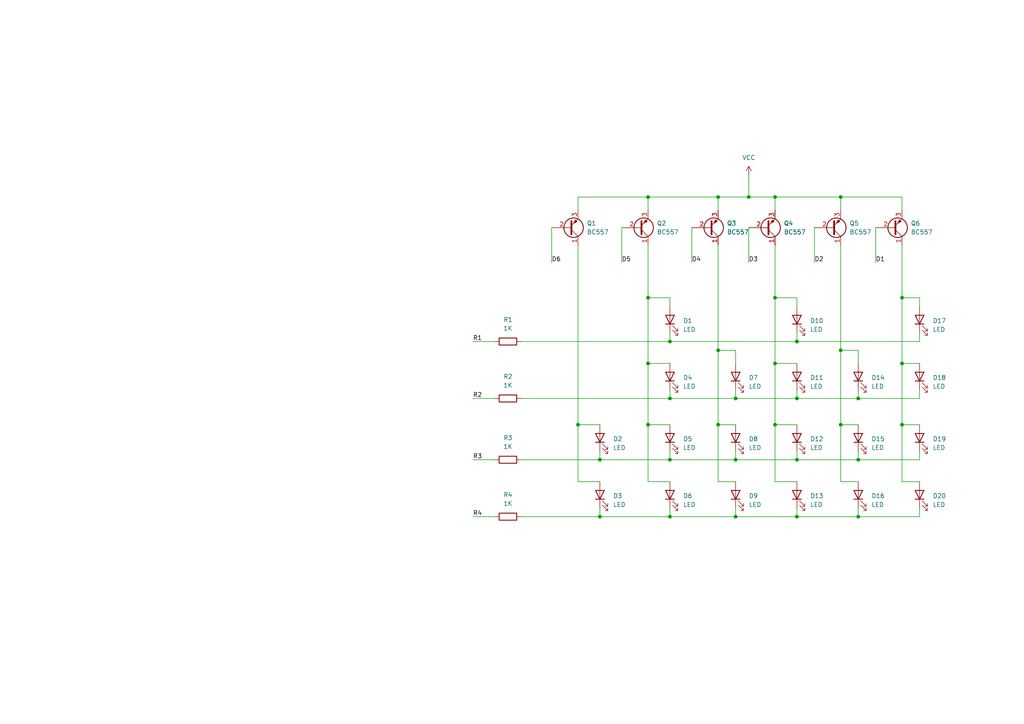
<source format=kicad_sch>
(kicad_sch (version 20211123) (generator eeschema)
  (paper "A4")
  (lib_symbols
    (symbol "Device:LED" (pin_numbers hide) (pin_names (offset 1.016) hide)
      (property "Reference" "D" (at 0 2.54 0))
      (property "Value" "LED" (at 0 -2.54 0))
      (symbol "LED_0_1"
        (polyline (pts (xy -1.27 -1.27) (xy -1.27 1.27)) (stroke (width 0.254)))
        (polyline (pts (xy -1.27 0) (xy 1.27 0)))
        (polyline (pts (xy 1.27 -1.27) (xy 1.27 1.27) (xy -1.27 0) (xy 1.27 -1.27)) (stroke (width 0.254)))
        (polyline (pts (xy -3.048 -0.762) (xy -4.572 -2.286) (xy -3.81 -2.286) (xy -4.572 -2.286) (xy -4.572 -1.524)))
        (polyline (pts (xy -1.778 -0.762) (xy -3.302 -2.286) (xy -2.54 -2.286) (xy -3.302 -2.286) (xy -3.302 -1.524)))
      )
      (symbol "LED_1_1"
        (pin passive line (at -3.81 0 0) (length 2.54) (name "K") (number "1"))
        (pin passive line (at 3.81 0 180) (length 2.54) (name "A") (number "2"))
      )
    )
    (symbol "Device:R" (pin_numbers hide) (pin_names (offset 0))
      (property "Reference" "R" (at 2.032 0 90))
      (property "Value" "R" (at 0 0 90))
      (symbol "R_0_1"
        (rectangle (start -1.016 -2.54) (end 1.016 2.54) (stroke (width 0.254)))
      )
      (symbol "R_1_1"
        (pin passive line (at 0 3.81 270) (length 1.27) (name "~") (number "1"))
        (pin passive line (at 0 -3.81 90) (length 1.27) (name "~") (number "2"))
      )
    )
    (symbol "Transistor_BJT:BC557" (pin_names (offset 0) hide)
      (property "Reference" "Q" (at 5.08 1.905 0))
      (property "Value" "BC557" (at 5.08 0 0))
      (symbol "BC557_0_1"
        (polyline (pts (xy 0.635 0.635) (xy 2.54 2.54)))
        (polyline (pts (xy 0.635 -0.635) (xy 2.54 -2.54) (xy 2.54 -2.54)))
        (polyline (pts (xy 0.635 1.905) (xy 0.635 -1.905) (xy 0.635 -1.905)) (stroke (width 0.508)))
        (polyline (pts (xy 2.286 -1.778) (xy 1.778 -2.286) (xy 1.27 -1.27) (xy 2.286 -1.778) (xy 2.286 -1.778)) (fill (type outline)))
        (circle (center 1.27 0) (radius 2.8194) (stroke (width 0.254)))
      )
      (symbol "BC557_1_1"
        (pin passive line (at 2.54 5.08 270) (length 2.54) (name "C") (number "1"))
        (pin input line (at -5.08 0 0) (length 5.715) (name "B") (number "2"))
        (pin passive line (at 2.54 -5.08 90) (length 2.54) (name "E") (number "3"))
      )
    )
    (symbol "power:VCC" (power) (pin_names (offset 0))
      (property "Value" "VCC" (at 0 3.81 0))
      (symbol "VCC_0_1"
        (polyline (pts (xy -0.762 1.27) (xy 0 2.54)))
        (polyline (pts (xy 0 0) (xy 0 2.54)))
        (polyline (pts (xy 0 2.54) (xy 0.762 1.27)))
      )
      (symbol "VCC_1_1"
        (pin power_in line (at 0 0 90) (length 0) hide (name "VCC") (number "1"))
      )
    )
  )
  (junction (at 231.14 133.35))
  (junction (at 248.92 149.86))
  (junction (at 194.31 133.35))
  (junction (at 208.28 57.15))
  (junction (at 231.14 149.86))
  (junction (at 261.62 105.41))
  (junction (at 187.96 57.15))
  (junction (at 261.62 123.19))
  (junction (at 167.64 123.19))
  (junction (at 243.84 57.15))
  (junction (at 213.36 115.57))
  (junction (at 224.79 105.41))
  (junction (at 261.62 86.36))
  (junction (at 208.28 101.6))
  (junction (at 194.31 115.57))
  (junction (at 224.79 123.19))
  (junction (at 187.96 105.41))
  (junction (at 187.96 86.36))
  (junction (at 217.17 57.15))
  (junction (at 243.84 101.6))
  (junction (at 243.84 123.19))
  (junction (at 213.36 149.86))
  (junction (at 224.79 57.15))
  (junction (at 194.31 99.06))
  (junction (at 187.96 123.19))
  (junction (at 224.79 86.36))
  (junction (at 173.99 149.86))
  (junction (at 194.31 149.86))
  (junction (at 248.92 115.57))
  (junction (at 213.36 133.35))
  (junction (at 231.14 99.06))
  (junction (at 231.14 115.57))
  (junction (at 173.99 133.35))
  (junction (at 208.28 123.19))
  (junction (at 248.92 133.35))
  (wire (pts (xy 173.99 139.7) (xy 167.64 139.7)))
  (wire (pts (xy 187.96 105.41) (xy 187.96 86.36)))
  (wire (pts (xy 224.79 105.41) (xy 224.79 86.36)))
  (wire (pts (xy 261.62 71.12) (xy 261.62 86.36)))
  (wire (pts (xy 213.36 149.86) (xy 231.14 149.86)))
  (wire (pts (xy 187.96 123.19) (xy 194.31 123.19)))
  (wire (pts (xy 151.13 133.35) (xy 173.99 133.35)))
  (wire (pts (xy 194.31 86.36) (xy 194.31 88.9)))
  (wire (pts (xy 231.14 99.06) (xy 231.14 96.52)))
  (wire (pts (xy 243.84 123.19) (xy 248.92 123.19)))
  (wire (pts (xy 167.64 71.12) (xy 167.64 123.19)))
  (wire (pts (xy 167.64 123.19) (xy 173.99 123.19)))
  (wire (pts (xy 224.79 139.7) (xy 224.79 123.19)))
  (wire (pts (xy 213.36 113.03) (xy 213.36 115.57)))
  (wire (pts (xy 194.31 99.06) (xy 194.31 96.52)))
  (wire (pts (xy 194.31 133.35) (xy 213.36 133.35)))
  (wire (pts (xy 208.28 123.19) (xy 208.28 101.6)))
  (wire (pts (xy 231.14 139.7) (xy 224.79 139.7)))
  (wire (pts (xy 208.28 139.7) (xy 208.28 123.19)))
  (wire (pts (xy 231.14 86.36) (xy 231.14 88.9)))
  (wire (pts (xy 248.92 105.41) (xy 248.92 101.6)))
  (wire (pts (xy 194.31 113.03) (xy 194.31 115.57)))
  (wire (pts (xy 151.13 115.57) (xy 194.31 115.57)))
  (wire (pts (xy 137.16 99.06) (xy 143.51 99.06)))
  (wire (pts (xy 213.36 130.81) (xy 213.36 133.35)))
  (wire (pts (xy 231.14 113.03) (xy 231.14 115.57)))
  (wire (pts (xy 173.99 149.86) (xy 194.31 149.86)))
  (wire (pts (xy 217.17 50.8) (xy 217.17 57.15)))
  (wire (pts (xy 208.28 101.6) (xy 213.36 101.6)))
  (wire (pts (xy 231.14 133.35) (xy 248.92 133.35)))
  (wire (pts (xy 261.62 123.19) (xy 261.62 105.41)))
  (wire (pts (xy 200.66 66.04) (xy 200.66 76.2)))
  (wire (pts (xy 243.84 57.15) (xy 243.84 60.96)))
  (wire (pts (xy 243.84 123.19) (xy 243.84 139.7)))
  (wire (pts (xy 248.92 133.35) (xy 266.7 133.35)))
  (wire (pts (xy 224.79 105.41) (xy 231.14 105.41)))
  (wire (pts (xy 266.7 86.36) (xy 261.62 86.36)))
  (wire (pts (xy 194.31 130.81) (xy 194.31 133.35)))
  (wire (pts (xy 248.92 115.57) (xy 266.7 115.57)))
  (wire (pts (xy 167.64 57.15) (xy 167.64 60.96)))
  (wire (pts (xy 194.31 147.32) (xy 194.31 149.86)))
  (wire (pts (xy 224.79 86.36) (xy 231.14 86.36)))
  (wire (pts (xy 173.99 133.35) (xy 194.31 133.35)))
  (wire (pts (xy 187.96 57.15) (xy 167.64 57.15)))
  (wire (pts (xy 266.7 88.9) (xy 266.7 86.36)))
  (wire (pts (xy 248.92 149.86) (xy 266.7 149.86)))
  (wire (pts (xy 213.36 115.57) (xy 231.14 115.57)))
  (wire (pts (xy 266.7 147.32) (xy 266.7 149.86)))
  (wire (pts (xy 208.28 123.19) (xy 213.36 123.19)))
  (wire (pts (xy 243.84 101.6) (xy 243.84 123.19)))
  (wire (pts (xy 217.17 57.15) (xy 208.28 57.15)))
  (wire (pts (xy 173.99 130.81) (xy 173.99 133.35)))
  (wire (pts (xy 180.34 66.04) (xy 180.34 76.2)))
  (wire (pts (xy 236.22 66.04) (xy 236.22 76.2)))
  (wire (pts (xy 187.96 71.12) (xy 187.96 86.36)))
  (wire (pts (xy 261.62 57.15) (xy 243.84 57.15)))
  (wire (pts (xy 137.16 149.86) (xy 143.51 149.86)))
  (wire (pts (xy 248.92 101.6) (xy 243.84 101.6)))
  (wire (pts (xy 266.7 96.52) (xy 266.7 99.06)))
  (wire (pts (xy 254 66.04) (xy 254 76.2)))
  (wire (pts (xy 167.64 139.7) (xy 167.64 123.19)))
  (wire (pts (xy 243.84 57.15) (xy 224.79 57.15)))
  (wire (pts (xy 194.31 115.57) (xy 213.36 115.57)))
  (wire (pts (xy 208.28 57.15) (xy 187.96 57.15)))
  (wire (pts (xy 160.02 66.04) (xy 160.02 76.2)))
  (wire (pts (xy 208.28 57.15) (xy 208.28 60.96)))
  (wire (pts (xy 266.7 99.06) (xy 231.14 99.06)))
  (wire (pts (xy 261.62 105.41) (xy 266.7 105.41)))
  (wire (pts (xy 231.14 149.86) (xy 248.92 149.86)))
  (wire (pts (xy 137.16 115.57) (xy 143.51 115.57)))
  (wire (pts (xy 151.13 99.06) (xy 194.31 99.06)))
  (wire (pts (xy 224.79 123.19) (xy 224.79 105.41)))
  (wire (pts (xy 224.79 123.19) (xy 231.14 123.19)))
  (wire (pts (xy 261.62 139.7) (xy 261.62 123.19)))
  (wire (pts (xy 243.84 139.7) (xy 248.92 139.7)))
  (wire (pts (xy 243.84 71.12) (xy 243.84 101.6)))
  (wire (pts (xy 248.92 130.81) (xy 248.92 133.35)))
  (wire (pts (xy 213.36 101.6) (xy 213.36 105.41)))
  (wire (pts (xy 187.96 123.19) (xy 187.96 105.41)))
  (wire (pts (xy 248.92 113.03) (xy 248.92 115.57)))
  (wire (pts (xy 187.96 139.7) (xy 187.96 123.19)))
  (wire (pts (xy 187.96 105.41) (xy 194.31 105.41)))
  (wire (pts (xy 224.79 71.12) (xy 224.79 86.36)))
  (wire (pts (xy 261.62 60.96) (xy 261.62 57.15)))
  (wire (pts (xy 231.14 115.57) (xy 248.92 115.57)))
  (wire (pts (xy 173.99 147.32) (xy 173.99 149.86)))
  (wire (pts (xy 208.28 71.12) (xy 208.28 101.6)))
  (wire (pts (xy 266.7 130.81) (xy 266.7 133.35)))
  (wire (pts (xy 266.7 139.7) (xy 261.62 139.7)))
  (wire (pts (xy 151.13 149.86) (xy 173.99 149.86)))
  (wire (pts (xy 213.36 139.7) (xy 208.28 139.7)))
  (wire (pts (xy 137.16 133.35) (xy 143.51 133.35)))
  (wire (pts (xy 266.7 113.03) (xy 266.7 115.57)))
  (wire (pts (xy 231.14 99.06) (xy 194.31 99.06)))
  (wire (pts (xy 231.14 130.81) (xy 231.14 133.35)))
  (wire (pts (xy 217.17 66.04) (xy 217.17 76.2)))
  (wire (pts (xy 224.79 57.15) (xy 224.79 60.96)))
  (wire (pts (xy 187.96 86.36) (xy 194.31 86.36)))
  (wire (pts (xy 194.31 149.86) (xy 213.36 149.86)))
  (wire (pts (xy 213.36 147.32) (xy 213.36 149.86)))
  (wire (pts (xy 224.79 57.15) (xy 217.17 57.15)))
  (wire (pts (xy 261.62 86.36) (xy 261.62 105.41)))
  (wire (pts (xy 248.92 147.32) (xy 248.92 149.86)))
  (wire (pts (xy 187.96 57.15) (xy 187.96 60.96)))
  (wire (pts (xy 213.36 133.35) (xy 231.14 133.35)))
  (wire (pts (xy 266.7 123.19) (xy 261.62 123.19)))
  (wire (pts (xy 194.31 139.7) (xy 187.96 139.7)))
  (wire (pts (xy 231.14 147.32) (xy 231.14 149.86)))
  (label "R4" (at 137.16 149.86 0))
  (label "R1" (at 137.16 99.06 0))
  (label "D4" (at 200.66 76.2 0))
  (label "D6" (at 160.02 76.2 0))
  (label "D1" (at 254 76.2 0))
  (label "D5" (at 180.34 76.2 0))
  (label "R2" (at 137.16 115.57 0))
  (label "D3" (at 217.17 76.2 0))
  (label "R3" (at 137.16 133.35 0))
  (label "D2" (at 236.22 76.2 0))
  (symbol (lib_id "Device:LED") (at 231.14 92.71 90) (unit 1)
    (property "Reference" "D10" (at 234.95 93.0274 90) (effects (justify right)))
    (property "Value" "LED" (at 234.95 95.5674 90) (effects (justify right)))
    (property "Footprint" "LED_THT:LED_D5.0mm" (effects hide))
  )
  (symbol (lib_id "Device:LED") (at 231.14 109.22 90) (unit 1)
    (property "Reference" "D11" (at 234.95 109.5374 90) (effects (justify right)))
    (property "Value" "LED" (at 234.95 112.0774 90) (effects (justify right)))
    (property "Footprint" "LED_THT:LED_D5.0mm" (effects hide))
  )
  (symbol (lib_id "Device:LED") (at 213.36 109.22 90) (unit 1)
    (property "Reference" "D7" (at 217.17 109.5374 90) (effects (justify right)))
    (property "Value" "LED" (at 217.17 112.0774 90) (effects (justify right)))
    (property "Footprint" "LED_THT:LED_D5.0mm" (effects hide))
  )
  (symbol (lib_id "Device:LED") (at 194.31 109.22 90) (unit 1)
    (property "Reference" "D4" (at 198.12 109.5374 90) (effects (justify right)))
    (property "Value" "LED" (at 198.12 112.0774 90) (effects (justify right)))
    (property "Footprint" "LED_THT:LED_D5.0mm" (effects hide))
  )
  (symbol (lib_id "Device:LED") (at 213.36 127 90) (unit 1)
    (property "Reference" "D8" (at 217.17 127.3174 90) (effects (justify right)))
    (property "Value" "LED" (at 217.17 129.8574 90) (effects (justify right)))
    (property "Footprint" "LED_THT:LED_D5.0mm" (effects hide))
  )
  (symbol (lib_id "Device:LED") (at 248.92 109.22 90) (unit 1)
    (property "Reference" "D14" (at 252.73 109.5374 90) (effects (justify right)))
    (property "Value" "LED" (at 252.73 112.0774 90) (effects (justify right)))
    (property "Footprint" "LED_THT:LED_D5.0mm" (effects hide))
  )
  (symbol (lib_id "Device:LED") (at 266.7 127 90) (unit 1)
    (property "Reference" "D19" (at 270.51 127.3174 90) (effects (justify right)))
    (property "Value" "LED" (at 270.51 129.8574 90) (effects (justify right)))
    (property "Footprint" "LED_THT:LED_D5.0mm" (effects hide))
  )
  (symbol (lib_id "Device:R") (at 147.32 99.06 90) (unit 1)
    (property "Reference" "R1" (at 147.32 92.71 90))
    (property "Value" "1K" (at 147.32 95.25 90))
    (property "Footprint" "Resistor_SMD:R_0805_2012Metric" (effects hide))
  )
  (symbol (lib_id "Device:LED") (at 231.14 127 90) (unit 1)
    (property "Reference" "D12" (at 234.95 127.3174 90) (effects (justify right)))
    (property "Value" "LED" (at 234.95 129.8574 90) (effects (justify right)))
    (property "Footprint" "LED_THT:LED_D5.0mm" (effects hide))
  )
  (symbol (lib_id "Device:LED") (at 266.7 92.71 90) (unit 1)
    (property "Reference" "D17" (at 270.51 93.0274 90) (effects (justify right)))
    (property "Value" "LED" (at 270.51 95.5674 90) (effects (justify right)))
    (property "Footprint" "LED_THT:LED_D5.0mm" (effects hide))
  )
  (symbol (lib_id "Device:LED") (at 173.99 127 90) (unit 1)
    (property "Reference" "D2" (at 177.8 127.3174 90) (effects (justify right)))
    (property "Value" "LED" (at 177.8 129.8574 90) (effects (justify right)))
    (property "Footprint" "LED_THT:LED_D5.0mm" (effects hide))
  )
  (symbol (lib_id "Device:LED") (at 194.31 92.71 90) (unit 1)
    (property "Reference" "D1" (at 198.12 93.0274 90) (effects (justify right)))
    (property "Value" "LED" (at 198.12 95.5674 90) (effects (justify right)))
    (property "Footprint" "LED_THT:LED_D5.0mm" (effects hide))
  )
  (symbol (lib_id "Device:R") (at 147.32 149.86 90) (unit 1)
    (property "Reference" "R4" (at 147.32 143.51 90))
    (property "Value" "1K" (at 147.32 146.05 90))
    (property "Footprint" "Resistor_SMD:R_0805_2012Metric" (effects hide))
  )
  (symbol (lib_id "power:VCC") (at 217.17 50.8 0) (unit 1)
    (property "Reference" "#PWR0101" (effects hide))
    (property "Value" "VCC" (at 217.17 45.72 0))
  )
  (symbol (lib_id "Device:LED") (at 248.92 127 90) (unit 1)
    (property "Reference" "D15" (at 252.73 127.3174 90) (effects (justify right)))
    (property "Value" "LED" (at 252.73 129.8574 90) (effects (justify right)))
    (property "Footprint" "LED_THT:LED_D5.0mm" (effects hide))
  )
  (symbol (lib_id "Device:LED") (at 213.36 143.51 90) (unit 1)
    (property "Reference" "D9" (at 217.17 143.8274 90) (effects (justify right)))
    (property "Value" "LED" (at 217.17 146.3674 90) (effects (justify right)))
    (property "Footprint" "LED_THT:LED_D5.0mm" (effects hide))
  )
  (symbol (lib_id "Transistor_BJT:BC557") (at 205.74 66.04 0) (mirror x) (unit 1)
    (property "Reference" "Q3" (at 210.82 64.7699 0) (effects (justify left)))
    (property "Value" "BC557" (at 210.82 67.3099 0) (effects (justify left)))
    (property "Footprint" "Package_TO_SOT_THT:TO-92_Inline" (effects hide))
    (property "Datasheet" "https://www.onsemi.com/pub/Collateral/BC556BTA-D.pdf" (effects hide))
  )
  (symbol (lib_id "Device:LED") (at 231.14 143.51 90) (unit 1)
    (property "Reference" "D13" (at 234.95 143.8274 90) (effects (justify right)))
    (property "Value" "LED" (at 234.95 146.3674 90) (effects (justify right)))
    (property "Footprint" "LED_THT:LED_D5.0mm" (effects hide))
  )
  (symbol (lib_id "Device:LED") (at 248.92 143.51 90) (unit 1)
    (property "Reference" "D16" (at 252.73 143.8274 90) (effects (justify right)))
    (property "Value" "LED" (at 252.73 146.3674 90) (effects (justify right)))
    (property "Footprint" "LED_THT:LED_D5.0mm" (effects hide))
  )
  (symbol (lib_id "Device:R") (at 147.32 133.35 90) (unit 1)
    (property "Reference" "R3" (at 147.32 127 90))
    (property "Value" "1K" (at 147.32 129.54 90))
    (property "Footprint" "Resistor_SMD:R_0805_2012Metric" (effects hide))
  )
  (symbol (lib_id "Device:R") (at 147.32 115.57 90) (unit 1)
    (property "Reference" "R2" (at 147.32 109.22 90))
    (property "Value" "1K" (at 147.32 111.76 90))
    (property "Footprint" "Resistor_SMD:R_0805_2012Metric" (effects hide))
  )
  (symbol (lib_id "Transistor_BJT:BC557") (at 185.42 66.04 0) (mirror x) (unit 1)
    (property "Reference" "Q2" (at 190.5 64.7699 0) (effects (justify left)))
    (property "Value" "BC557" (at 190.5 67.3099 0) (effects (justify left)))
    (property "Footprint" "Package_TO_SOT_THT:TO-92_Inline" (effects hide))
    (property "Datasheet" "https://www.onsemi.com/pub/Collateral/BC556BTA-D.pdf" (effects hide))
  )
  (symbol (lib_id "Device:LED") (at 173.99 143.51 90) (unit 1)
    (property "Reference" "D3" (at 177.8 143.8274 90) (effects (justify right)))
    (property "Value" "LED" (at 177.8 146.3674 90) (effects (justify right)))
    (property "Footprint" "LED_THT:LED_D5.0mm" (effects hide))
  )
  (symbol (lib_id "Device:LED") (at 266.7 109.22 90) (unit 1)
    (property "Reference" "D18" (at 270.51 109.5374 90) (effects (justify right)))
    (property "Value" "LED" (at 270.51 112.0774 90) (effects (justify right)))
    (property "Footprint" "LED_THT:LED_D5.0mm" (effects hide))
  )
  (symbol (lib_id "Device:LED") (at 194.31 143.51 90) (unit 1)
    (property "Reference" "D6" (at 198.12 143.8274 90) (effects (justify right)))
    (property "Value" "LED" (at 198.12 146.3674 90) (effects (justify right)))
    (property "Footprint" "LED_THT:LED_D5.0mm" (effects hide))
  )
  (symbol (lib_id "Transistor_BJT:BC557") (at 241.3 66.04 0) (mirror x) (unit 1)
    (property "Reference" "Q5" (at 246.38 64.7699 0) (effects (justify left)))
    (property "Value" "BC557" (at 246.38 67.3099 0) (effects (justify left)))
    (property "Footprint" "Package_TO_SOT_THT:TO-92_Inline" (effects hide))
    (property "Datasheet" "https://www.onsemi.com/pub/Collateral/BC556BTA-D.pdf" (effects hide))
  )
  (symbol (lib_id "Transistor_BJT:BC557") (at 165.1 66.04 0) (mirror x) (unit 1)
    (property "Reference" "Q1" (at 170.18 64.7699 0) (effects (justify left)))
    (property "Value" "BC557" (at 170.18 67.3099 0) (effects (justify left)))
    (property "Footprint" "Package_TO_SOT_THT:TO-92_Inline" (effects hide))
    (property "Datasheet" "https://www.onsemi.com/pub/Collateral/BC556BTA-D.pdf" (effects hide))
  )
  (symbol (lib_id "Transistor_BJT:BC557") (at 222.25 66.04 0) (mirror x) (unit 1)
    (property "Reference" "Q4" (at 227.33 64.7699 0) (effects (justify left)))
    (property "Value" "BC557" (at 227.33 67.3099 0) (effects (justify left)))
    (property "Footprint" "Package_TO_SOT_THT:TO-92_Inline" (effects hide))
    (property "Datasheet" "https://www.onsemi.com/pub/Collateral/BC556BTA-D.pdf" (effects hide))
  )
  (symbol (lib_id "Transistor_BJT:BC557") (at 259.08 66.04 0) (mirror x) (unit 1)
    (property "Reference" "Q6" (at 264.16 64.7699 0) (effects (justify left)))
    (property "Value" "BC557" (at 264.16 67.3099 0) (effects (justify left)))
    (property "Footprint" "Package_TO_SOT_THT:TO-92_Inline" (effects hide))
    (property "Datasheet" "https://www.onsemi.com/pub/Collateral/BC556BTA-D.pdf" (effects hide))
  )
  (symbol (lib_id "Device:LED") (at 266.7 143.51 90) (unit 1)
    (property "Reference" "D20" (at 270.51 143.8274 90) (effects (justify right)))
    (property "Value" "LED" (at 270.51 146.3674 90) (effects (justify right)))
    (property "Footprint" "LED_THT:LED_D5.0mm" (effects hide))
  )
  (symbol (lib_id "Device:LED") (at 194.31 127 90) (unit 1)
    (property "Reference" "D5" (at 198.12 127.3174 90) (effects (justify right)))
    (property "Value" "LED" (at 198.12 129.8574 90) (effects (justify right)))
    (property "Footprint" "LED_THT:LED_D5.0mm" (effects hide))
  )
)
</source>
